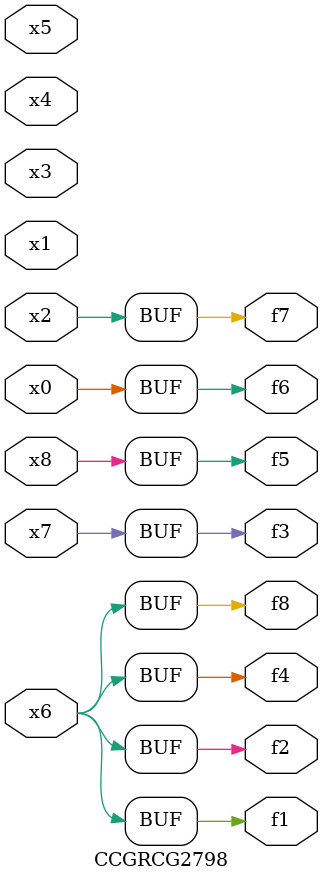
<source format=v>
module CCGRCG2798(
	input x0, x1, x2, x3, x4, x5, x6, x7, x8,
	output f1, f2, f3, f4, f5, f6, f7, f8
);
	assign f1 = x6;
	assign f2 = x6;
	assign f3 = x7;
	assign f4 = x6;
	assign f5 = x8;
	assign f6 = x0;
	assign f7 = x2;
	assign f8 = x6;
endmodule

</source>
